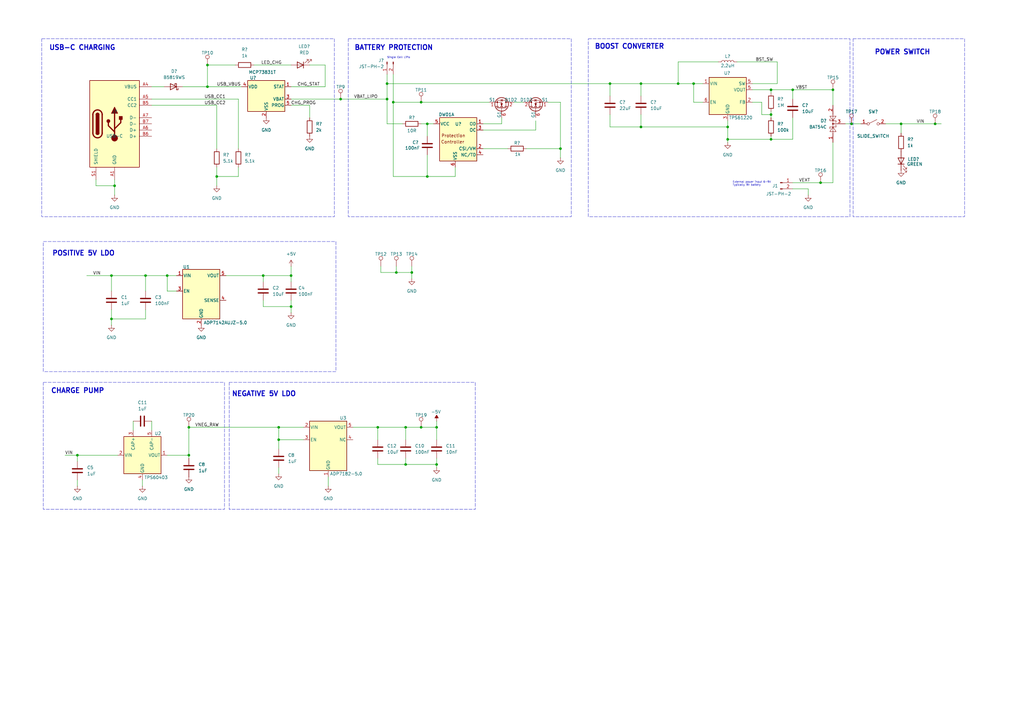
<source format=kicad_sch>
(kicad_sch (version 20250114) (generator "eeschema") (generator_version "9.0")
  (paper "A3")
  (title_block (date "2026-01-15") (rev "1"))
  (lib_symbols
    (symbol "Connector:TestPoint" (pin_numbers (hide yes)) (pin_names (offset 0.762) (hide yes))
      (property "Reference" "TP" (at 0 6.858 0))
      (property "Value" "TestPoint" (at 0 5.08 0))
      (symbol "TestPoint_0_1"
        (circle (center 0 3.302) (radius 0.762))
      )
      (symbol "TestPoint_1_1"
        (pin passive line (at 0 0 90) (length 2.54) (name "1") (number "1"))
      )
    )
    (symbol "Device:C" (pin_numbers (hide yes)) (pin_names (offset 0.254))
      (property "Reference" "C" (at 0.635 2.54 0))
      (property "Value" "C" (at 0.635 -2.54 0))
      (symbol "C_0_1"
        (polyline (pts (xy -2.032 0.762) (xy 2.032 0.762)) (stroke (width 0.508)))
        (polyline (pts (xy -2.032 -0.762) (xy 2.032 -0.762)) (stroke (width 0.508)))
      )
      (symbol "C_1_1"
        (pin passive line (at 0 3.81 270) (length 2.794) (name "~") (number "1"))
        (pin passive line (at 0 -3.81 90) (length 2.794) (name "~") (number "2"))
      )
    )
    (symbol "Device:D_Schottky" (pin_numbers (hide yes)) (pin_names (offset 1.016) (hide yes))
      (property "Reference" "D" (at 0 2.54 0))
      (property "Value" "D_Schottky" (at 0 -2.54 0))
      (symbol "D_Schottky_0_1"
        (polyline (pts (xy -1.905 0.635) (xy -1.905 1.27) (xy -1.27 1.27) (xy -1.27 -1.27) (xy -0.635 -1.27) (xy -0.635 -0.635)) (stroke (width 0.254)))
        (polyline (pts (xy 1.27 1.27) (xy 1.27 -1.27) (xy -1.27 0) (xy 1.27 1.27)) (stroke (width 0.254)))
        (polyline (pts (xy 1.27 0) (xy -1.27 0)))
      )
      (symbol "D_Schottky_1_1"
        (pin passive line (at -3.81 0 0) (length 2.54) (name "K") (number "1"))
        (pin passive line (at 3.81 0 180) (length 2.54) (name "A") (number "2"))
      )
    )
    (symbol "Device:L" (pin_numbers (hide yes)) (pin_names (offset 1.016) (hide yes))
      (property "Reference" "L" (at -1.27 0 90))
      (property "Value" "L" (at 1.905 0 90))
      (symbol "L_0_1"
        (arc (start 0 2.54) (mid 0.6323 1.905) (end 0 1.27))
        (arc (start 0 1.27) (mid 0.6323 0.635) (end 0 0))
        (arc (start 0 0) (mid 0.6323 -0.635) (end 0 -1.27))
        (arc (start 0 -1.27) (mid 0.6323 -1.905) (end 0 -2.54))
      )
      (symbol "L_1_1"
        (pin passive line (at 0 3.81 270) (length 1.27) (name "1") (number "1"))
        (pin passive line (at 0 -3.81 90) (length 1.27) (name "2") (number "2"))
      )
    )
    (symbol "Device:LED" (pin_numbers (hide yes)) (pin_names (offset 1.016) (hide yes))
      (property "Reference" "D" (at 0 2.54 0))
      (property "Value" "LED" (at 0 -2.54 0))
      (symbol "LED_0_1"
        (polyline (pts (xy -3.048 -0.762) (xy -4.572 -2.286) (xy -3.81 -2.286) (xy -4.572 -2.286) (xy -4.572 -1.524)))
        (polyline (pts (xy -1.778 -0.762) (xy -3.302 -2.286) (xy -2.54 -2.286) (xy -3.302 -2.286) (xy -3.302 -1.524)))
        (polyline (pts (xy -1.27 0) (xy 1.27 0)))
        (polyline (pts (xy -1.27 -1.27) (xy -1.27 1.27)) (stroke (width 0.254)))
        (polyline (pts (xy 1.27 -1.27) (xy 1.27 1.27) (xy -1.27 0) (xy 1.27 -1.27)) (stroke (width 0.254)))
      )
      (symbol "LED_1_1"
        (pin passive line (at -3.81 0 0) (length 2.54) (name "K") (number "1"))
        (pin passive line (at 3.81 0 180) (length 2.54) (name "A") (number "2"))
      )
    )
    (symbol "Device:R" (pin_numbers (hide yes)) (pin_names (offset 0))
      (property "Reference" "R" (at 2.032 0 90))
      (property "Value" "R" (at 0 0 90))
      (symbol "R_0_1"
        (rectangle (start -1.016 -2.54) (end 1.016 2.54) (stroke (width 0.254)))
      )
      (symbol "R_1_1"
        (pin passive line (at 0 3.81 270) (length 1.27) (name "~") (number "1"))
        (pin passive line (at 0 -3.81 90) (length 1.27) (name "~") (number "2"))
      )
    )
    (symbol "DifferentialProbe:ADP7142" (pin_names (offset 0.254))
      (property "Reference" "U1" (at -6.096 11.176 0))
      (property "Value" "ADP7142-5.0" (at 7.366 -11.43 0))
      (symbol "ADP7142_0_1"
        (rectangle (start -7.62 10.16) (end 7.62 -10.16) (stroke (width 0.254)) (fill (type background)))
      )
      (symbol "ADP7142_1_1"
        (pin power_in line (at -10.16 7.62 0) (length 2.54) (name "VIN") (number "1"))
        (pin input line (at -10.16 1.27 0) (length 2.54) (name "EN") (number "3"))
        (pin no_connect line (at -10.16 -5.08 0) (length 2.54) (hide yes) (name "NC") (number "8"))
        (pin power_in line (at 0 -12.7 90) (length 2.54) (name "GND") (number "2"))
        (pin power_in line (at 0 -12.7 90) (length 2.54) (hide yes) (name "GND") (number "9"))
        (pin power_out line (at 10.16 7.62 180) (length 2.54) (name "VOUT") (number "5"))
        (pin input line (at 10.16 -2.54 180) (length 2.54) (name "SENSE") (number "4"))
      )
    )
    (symbol "DifferentialProbe:ADP7182" (pin_names (offset 0.254))
      (property "Reference" "U?" (at 6.096 11.43 0))
      (property "Value" "ADP7182-5.0" (at 7.366 -11.43 0))
      (symbol "ADP7182_0_1"
        (rectangle (start -7.62 10.16) (end 7.62 -10.16) (stroke (width 0.254)) (fill (type background)))
      )
      (symbol "ADP7182_1_1"
        (pin power_in line (at -10.16 7.62 0) (length 2.54) (name "VIN") (number "2"))
        (pin input line (at -10.16 2.54 0) (length 2.54) (name "EN") (number "3"))
        (pin no_connect line (at -10.16 -5.08 0) (length 2.54) (hide yes) (name "NC") (number "8"))
        (pin power_in line (at 0 -12.7 90) (length 2.54) (name "GND") (number "1"))
        (pin power_out line (at 10.16 7.62 180) (length 2.54) (name "VOUT") (number "5"))
        (pin input line (at 10.16 2.54 180) (length 2.54) (name "NC") (number "4"))
      )
    )
    (symbol "DifferentialProbe:Conn_01x02_Pin" (pin_names (offset 1.016) (hide yes))
      (property "Reference" "J" (at 0 2.54 0))
      (property "Value" "Conn_01x02" (at 0 -5.08 0))
      (symbol "Conn_01x02_Pin_1_1"
        (rectangle (start 0.8636 0.127) (end 0 -0.127) (stroke (width 0.1524)) (fill (type outline)))
        (rectangle (start 0.8636 -2.413) (end 0 -2.667) (stroke (width 0.1524)) (fill (type outline)))
        (polyline (pts (xy 1.27 0) (xy 0.8636 0)) (stroke (width 0.1524)))
        (polyline (pts (xy 1.27 -2.54) (xy 0.8636 -2.54)) (stroke (width 0.1524)))
        (pin passive line (at 5.08 0 180) (length 3.81) (name "Pin_1") (number "1"))
        (pin passive line (at 5.08 -2.54 180) (length 3.81) (name "Pin_2") (number "2"))
      )
    )
    (symbol "DifferentialProbe:DW01A" (pin_names (offset 0.254))
      (property "Reference" "U2" (at 0 5 0))
      (property "Value" "DW01A" (at -4.826 8.89 0))
      (symbol "DW01A_0_1"
        (rectangle (start -7.62 7.62) (end 7.62 -10.16) (stroke (width 0.254)) (fill (type background)))
        (text "Controller" (at -2.286 -2.286 0) (effects (font (size 1.27 1.27))))
        (text "Protection" (at -2.032 0.254 0) (effects (font (size 1.27 1.27))))
      )
      (symbol "DW01A_1_1"
        (pin power_in line (at -10.16 5.08 0) (length 2.54) (name "VCC") (number "5"))
        (pin power_in line (at -1.27 -12.7 90) (length 2.54) (name "VSS") (number "6"))
        (pin output line (at 10.16 5.08 180) (length 2.54) (name "OD") (number "1"))
        (pin output line (at 10.16 2.54 180) (length 2.54) (name "OC") (number "3"))
        (pin input line (at 10.16 -5.08 180) (length 2.54) (name "CSI/VM") (number "2"))
        (pin passive line (at 10.16 -7.62 180) (length 2.54) (name "NC/TD") (number "4"))
      )
    )
    (symbol "DifferentialProbe:MCP73831-2-OT" (pin_names (offset 0.254))
      (property "Reference" "U" (at -7.62 7.62 0))
      (property "Value" "MCP73831-2-OT" (at 2.54 7.62 0))
      (symbol "MCP73831-2-OT_0_1"
        (rectangle (start -7.62 5.08) (end 7.62 -7.62) (stroke (width 0.254)) (fill (type background)))
      )
      (symbol "MCP73831-2-OT_1_1"
        (pin power_in line (at -10.16 2.54 0) (length 2.54) (name "VDD") (number "4"))
        (pin power_in line (at 0 -10.16 90) (length 2.54) (name "VSS") (number "2"))
        (pin open_collector line (at 10.16 2.54 180) (length 2.54) (name "STAT") (number "1"))
        (pin power_out line (at 10.16 -2.54 180) (length 2.54) (name "VBAT") (number "3"))
        (pin input line (at 10.16 -5.08 180) (length 2.54) (name "PROG") (number "5"))
      )
    )
    (symbol "DifferentialProbe:SW_SPST" (pin_names (offset 0) (hide yes))
      (property "Reference" "SW" (at 0 3.175 0))
      (property "Value" "SW_SPST" (at 0 -2.54 0))
      (symbol "SW_SPST_0_0"
        (circle (center -2.032 0) (radius 0.508))
        (polyline (pts (xy -1.524 0.254) (xy 1.524 1.778)))
        (circle (center 2.032 0) (radius 0.508))
      )
      (symbol "SW_SPST_1_1"
        (pin passive line (at -5.08 0 0) (length 2.54) (name "A") (number "1"))
        (pin passive line (at 5.08 0 180) (length 2.54) (name "B") (number "2"))
      )
    )
    (symbol "DifferentialProbe:TPS60403" (pin_names (offset 0.254))
      (property "Reference" "U?" (at 6.35 8.89 0))
      (property "Value" "TPS60403" (at 5.588 -9.144 0))
      (symbol "TPS60403_0_1"
        (rectangle (start -7.62 7.62) (end 7.62 -7.62) (stroke (width 0.254)) (fill (type background)))
      )
      (symbol "TPS60403_1_1"
        (pin power_in line (at -10.16 0 0) (length 2.54) (name "VIN") (number "2"))
        (pin passive line (at -3.81 10.16 270) (length 2.54) (name "CAP+") (number "3"))
        (pin power_in line (at 0 -10.16 90) (length 2.54) (name "GND") (number "4"))
        (pin passive line (at 3.81 10.16 270) (length 2.54) (name "CAP-") (number "5"))
        (pin power_out line (at 10.16 0 180) (length 2.54) (name "VOUT") (number "1"))
      )
    )
    (symbol "DifferentialProbe:TPS61220DCK" (pin_names (offset 0.254))
      (property "Reference" "U3" (at -0.226 9.398 0))
      (property "Value" "TPS61220" (at 5.362 -8.89 0))
      (symbol "TPS61220DCK_0_1"
        (rectangle (start -7.62 7.62) (end 7.62 -7.62) (stroke (width 0.254)) (fill (type background)))
      )
      (symbol "TPS61220DCK_1_1"
        (pin power_in line (at -10.16 5.08 0) (length 2.54) (name "VIN") (number "1"))
        (pin input line (at -10.16 -2.54 0) (length 2.54) (name "EN") (number "6"))
        (pin power_in line (at 0 -10.16 90) (length 2.54) (name "GND") (number "3"))
        (pin power_out line (at 10.16 5.08 180) (length 2.54) (name "SW") (number "5"))
        (pin power_out line (at 10.16 2.54 180) (length 2.54) (name "VOUT") (number "5"))
        (pin input line (at 10.16 -2.54 180) (length 2.54) (name "FB") (number "2"))
      )
    )
    (symbol "DifferentialProbe:USB_C_Receptacle_USB2.0" (pin_names (offset 1.016))
      (property "Reference" "J" (at 0 22.86 0))
      (property "Value" "USB_C_Receptacle_USB2.0" (at 0 20.32 0))
      (symbol "USB_C_Receptacle_USB2.0_0_0"
        (rectangle (start -10.16 17.78) (end 10.16 -17.78) (stroke (width 0.254)) (fill (type background)))
        (polyline (pts (xy -8.89 -3.81) (xy -8.89 3.81)) (stroke (width 0.508)))
        (rectangle (start -7.62 -3.81) (end -6.35 3.81) (stroke (width 0.254)) (fill (type outline)))
        (arc (start -7.62 3.81) (mid -6.985 4.4423) (end -6.35 3.81) (stroke (width 0.254)))
        (arc (start -7.62 3.81) (mid -6.985 4.4423) (end -6.35 3.81) (stroke (width 0.254)) (fill (type outline)))
        (arc (start -8.89 3.81) (mid -6.985 5.7067) (end -5.08 3.81) (stroke (width 0.508)))
        (arc (start -5.08 -3.81) (mid -6.985 -5.7067) (end -8.89 -3.81) (stroke (width 0.508)))
        (arc (start -6.35 -3.81) (mid -6.985 -4.4423) (end -7.62 -3.81) (stroke (width 0.254)))
        (arc (start -6.35 -3.81) (mid -6.985 -4.4423) (end -7.62 -3.81) (stroke (width 0.254)) (fill (type outline)))
        (polyline (pts (xy -5.08 3.81) (xy -5.08 -3.81)) (stroke (width 0.508)))
        (circle (center -2.54 1.143) (radius 0.635) (stroke (width 0.254)) (fill (type outline)))
        (polyline (pts (xy -1.27 4.318) (xy 0 6.858) (xy 1.27 4.318) (xy -1.27 4.318)) (stroke (width 0.254)) (fill (type outline)))
        (polyline (pts (xy 0 -2.032) (xy 2.54 0.508) (xy 2.54 1.778)) (stroke (width 0.508)))
        (polyline (pts (xy 0 -3.302) (xy -2.54 -0.762) (xy -2.54 0.508)) (stroke (width 0.508)))
        (polyline (pts (xy 0 -5.842) (xy 0 4.318)) (stroke (width 0.508)))
        (circle (center 0 -5.842) (radius 1.27) (fill (type outline)))
        (rectangle (start 1.905 1.778) (end 3.175 3.048) (stroke (width 0.254)) (fill (type outline)))
        (polyline (pts (xy 10.16 -2.54) (xy 10.16 2.54)))
      )
      (symbol "USB_C_Receptacle_USB2.0_1_1"
        (pin passive line (at -7.62 -22.86 90) (length 5.08) (name "SHIELD") (number "S1"))
        (pin passive line (at 0 -22.86 90) (length 5.08) (name "GND") (number "A1"))
        (pin passive line (at 0 -22.86 90) (length 5.08) (hide yes) (name "GND") (number "A12"))
        (pin passive line (at 0 -22.86 90) (length 5.08) (hide yes) (name "GND") (number "B1"))
        (pin passive line (at 0 -22.86 90) (length 5.08) (hide yes) (name "GND") (number "B12"))
        (pin passive line (at 15.24 15.24 180) (length 5.08) (name "VBUS") (number "A4"))
        (pin passive line (at 15.24 15.24 180) (length 5.08) (hide yes) (name "VBUS") (number "A9"))
        (pin passive line (at 15.24 15.24 180) (length 5.08) (hide yes) (name "VBUS") (number "B4"))
        (pin passive line (at 15.24 15.24 180) (length 5.08) (hide yes) (name "VBUS") (number "B9"))
        (pin bidirectional line (at 15.24 10.16 180) (length 5.08) (name "CC1") (number "A5"))
        (pin bidirectional line (at 15.24 7.62 180) (length 5.08) (name "CC2") (number "B5"))
        (pin bidirectional line (at 15.24 2.54 180) (length 5.08) (name "D-") (number "A7"))
        (pin bidirectional line (at 15.24 0 180) (length 5.08) (name "D-") (number "B7"))
        (pin bidirectional line (at 15.24 -2.54 180) (length 5.08) (name "D+") (number "A6"))
        (pin bidirectional line (at 15.24 -5.08 180) (length 5.08) (name "D+") (number "B6"))
      )
    )
    (symbol "Diode:BAT54C" (pin_names (offset 1.016))
      (property "Reference" "D" (at 0.635 -3.81 0))
      (property "Value" "BAT54C" (at -6.35 3.175 0))
      (symbol "BAT54C_0_1"
        (polyline (pts (xy -3.175 -1.27) (xy -3.175 1.27) (xy -1.27 0) (xy -3.175 -1.27)))
        (polyline (pts (xy -1.905 1.27) (xy -1.905 1.016)))
        (polyline (pts (xy -1.905 0) (xy 1.905 0)))
        (polyline (pts (xy -1.27 1.27) (xy -1.905 1.27)))
        (polyline (pts (xy -1.27 1.27) (xy -1.27 -1.27)))
        (polyline (pts (xy -1.27 0) (xy -3.81 0)))
        (polyline (pts (xy -1.27 -1.27) (xy -0.635 -1.27)))
        (polyline (pts (xy -0.635 -1.27) (xy -0.635 -1.016)))
        (circle (center 0 0) (radius 0.254) (fill (type outline)))
        (polyline (pts (xy 0.635 -1.27) (xy 0.635 -1.016)))
        (polyline (pts (xy 1.27 1.27) (xy 1.27 -1.27)))
        (polyline (pts (xy 1.27 1.27) (xy 1.905 1.27)))
        (polyline (pts (xy 1.27 -1.27) (xy 0.635 -1.27)))
        (polyline (pts (xy 1.905 1.27) (xy 1.905 1.016)))
        (polyline (pts (xy 3.175 -1.27) (xy 3.175 1.27) (xy 1.27 0) (xy 3.175 -1.27)))
        (polyline (pts (xy 3.81 0) (xy 1.27 0)))
      )
      (symbol "BAT54C_1_1"
        (pin passive line (at -7.62 0 0) (length 3.81) (name "~") (number "1"))
        (pin passive line (at 0 -5.08 90) (length 5.08) (name "~") (number "3"))
        (pin passive line (at 7.62 0 180) (length 3.81) (name "~") (number "2"))
      )
    )
    (symbol "FS8205A_2" (pin_names (offset 0))
      (symbol "FS8205A_2_0_1"
        (polyline (pts (xy -2.286 1.905) (xy -2.286 -1.905)) (stroke (width 0.254)))
        (polyline (pts (xy -2.286 0) (xy -5.08 0)))
        (polyline (pts (xy -1.778 2.286) (xy -1.778 1.27)) (stroke (width 0.254)))
        (polyline (pts (xy -1.778 0.508) (xy -1.778 -0.508)) (stroke (width 0.254)))
        (polyline (pts (xy -1.778 -1.27) (xy -1.778 -2.286)) (stroke (width 0.254)))
        (polyline (pts (xy -1.778 -1.778) (xy 0.762 -1.778) (xy 0.762 1.778) (xy -1.778 1.778)))
        (polyline (pts (xy -1.524 0) (xy -0.508 0.381) (xy -0.508 -0.381) (xy -1.524 0)) (fill (type outline)))
        (circle (center -0.889 0) (radius 2.794) (stroke (width 0.254)))
        (polyline (pts (xy 0 2.54) (xy 0 1.778)))
        (circle (center 0 1.778) (radius 0.254) (fill (type outline)))
        (circle (center 0 -1.778) (radius 0.254) (fill (type outline)))
        (polyline (pts (xy 0 -2.54) (xy 0 0) (xy -1.778 0)))
        (polyline (pts (xy 0.254 0.508) (xy 0.381 0.381) (xy 1.143 0.381) (xy 1.27 0.254)))
        (polyline (pts (xy 0.762 0.381) (xy 0.381 -0.254) (xy 1.143 -0.254) (xy 0.762 0.381)))
      )
      (symbol "FS8205A_2_1_1"
        (pin input line (at -6.35 0 0) (length 2.54) (name "G1") (number "6"))
        (pin passive line (at 0 5.08 270) (length 2.54) (name "D1D2") (number "2"))
        (pin passive line (at 0 -5.08 90) (length 2.54) (name "S1") (number "1"))
      )
      (symbol "FS8205A_2_2_1"
        (pin input line (at -7.62 0 0) (length 2.54) (name "G2") (number "4"))
        (pin passive line (at 0 5.08 270) (length 2.54) (name "D1D2") (number "5"))
        (pin passive line (at 0 -5.08 90) (length 2.54) (name "S2") (number "3"))
      )
    )
    (symbol "power:+5V" (power) (pin_numbers (hide yes)) (pin_names (offset 0) (hide yes))
      (property "Value" "+5V" (at 0 3.556 0))
      (symbol "+5V_0_1"
        (polyline (pts (xy -0.762 1.27) (xy 0 2.54)))
        (polyline (pts (xy 0 2.54) (xy 0.762 1.27)))
        (polyline (pts (xy 0 0) (xy 0 2.54)))
      )
      (symbol "+5V_1_1"
        (pin power_in line (at 0 0 90) (length 0) (name "~") (number "1"))
      )
    )
    (symbol "power:-5V" (power) (pin_numbers (hide yes)) (pin_names (offset 0) (hide yes))
      (property "Value" "-5V" (at 0 3.556 0))
      (symbol "-5V_0_0"
        (pin power_in line (at 0 0 90) (length 0) (name "~") (number "1"))
      )
      (symbol "-5V_0_1"
        (polyline (pts (xy 0 0) (xy 0 1.27) (xy 0.762 1.27) (xy 0 2.54) (xy -0.762 1.27) (xy 0 1.27)) (fill (type outline)))
      )
    )
    (symbol "power:GND" (power) (pin_numbers (hide yes)) (pin_names (offset 0) (hide yes))
      (property "Value" "GND" (at 0 -3.81 0))
      (symbol "GND_0_1"
        (polyline (pts (xy 0 0) (xy 0 -1.27) (xy 1.27 -1.27) (xy 0 -2.54) (xy -1.27 -1.27) (xy 0 -1.27)))
      )
      (symbol "GND_1_1"
        (pin power_in line (at 0 0 270) (length 0) (name "~") (number "1"))
      )
    )
  )
  (rectangle (start 241.3 15.875) (end 348.615 88.9) (stroke (width 0.127) (type dash)))
  (rectangle (start 349.885 15.875) (end 395.605 88.9) (stroke (width 0.127) (type dash)))
  (rectangle (start 17.78 99.06) (end 137.795 152.4) (stroke (width 0.127) (type dash)))
  (rectangle (start 93.98 156.845) (end 194.945 208.915) (stroke (width 0.127) (type dash)))
  (rectangle (start 17.78 156.845) (end 92.075 208.915) (stroke (width 0.127) (type dash)))
  (rectangle (start 17.145 15.875) (end 137.16 88.9) (stroke (width 0.127) (type dash)))
  (rectangle (start 142.875 15.875) (end 234.315 88.9) (stroke (width 0.127) (type dash)))
  (text "USB-C CHARGING" (at 20.066 20.828 0) (effects (font (size 2 2) (thickness 0.4) (bold yes)) (justify left bottom)))
  (text "POSITIVE 5V LDO" (at 21.336 105.156 0) (effects (font (size 2 2) (thickness 0.4) (bold yes)) (justify left bottom)))
  (text "CHARGE PUMP" (at 20.828 161.544 0) (effects (font (size 2 2) (thickness 0.4) (bold yes)) (justify left bottom)))
  (text "POWER SWITCH" (at 358.648 22.606 0) (effects (font (size 2 2) (thickness 0.4) (bold yes)) (justify left bottom)))
  (text "BATTERY PROTECTION" (at 145.288 20.828 0) (effects (font (size 2 2) (thickness 0.4) (bold yes)) (justify left bottom)))
  (text "BOOST CONVERTER" (at 243.84 20.32 0) (effects (font (size 2 2) (thickness 0.4) (bold yes)) (justify left bottom)))
  (text "NEGATIVE 5V LDO" (at 94.996 162.814 0) (effects (font (size 2 2) (thickness 0.4) (bold yes)) (justify left bottom)))
  (text "Single Cell LiPo" (at 158.75 24.13 0) (effects (font (size 0.762 0.762) (thickness 0.0953)) (justify left bottom)))
  (text "External power input 6-9V\nTypically 9V battery" (at 300.482 76.454 0) (effects (font (size 0.762 0.762) (thickness 0.0953)) (justify left bottom)))
  (junction (at 162.56 111.76))
  (junction (at 77.47 186.69))
  (junction (at 298.45 57.15))
  (junction (at 107.95 113.03))
  (junction (at 316.23 57.15))
  (junction (at 325.12 36.83))
  (junction (at 229.87 60.96))
  (junction (at 45.72 130.81))
  (junction (at 158.75 40.64))
  (junction (at 172.72 175.26))
  (junction (at 161.29 41.91))
  (junction (at 139.7 40.64))
  (junction (at 119.38 113.03))
  (junction (at 85.09 26.67))
  (junction (at 59.69 113.03))
  (junction (at 166.37 190.5))
  (junction (at 298.45 52.07))
  (junction (at 250.19 34.29))
  (junction (at 85.09 35.56))
  (junction (at 278.13 34.29))
  (junction (at 31.75 186.69))
  (junction (at 88.9 72.39))
  (junction (at 175.26 50.8))
  (junction (at 172.72 41.91))
  (junction (at 383.54 50.8))
  (junction (at 336.55 74.93))
  (junction (at 45.72 113.03))
  (junction (at 316.23 46.99))
  (junction (at 168.91 111.76))
  (junction (at 154.94 175.26))
  (junction (at 284.48 34.29))
  (junction (at 316.23 36.83))
  (junction (at 179.07 190.5))
  (junction (at 349.25 50.8))
  (junction (at 179.07 175.26))
  (junction (at 262.89 34.29))
  (junction (at 175.26 72.39))
  (junction (at 46.99 76.2))
  (junction (at 369.57 50.8))
  (junction (at 68.58 113.03))
  (junction (at 341.63 36.83))
  (junction (at 114.3 180.34))
  (junction (at 114.3 175.26))
  (junction (at 77.47 175.26))
  (junction (at 119.38 125.73))
  (junction (at 262.89 52.07))
  (junction (at 158.75 34.29))
  (junction (at 166.37 175.26))
  (wire (pts (xy 198.12 53.34) (xy 219.71 53.34)))
  (wire (pts (xy 107.95 113.03) (xy 107.95 115.57)))
  (wire (pts (xy 341.63 36.83) (xy 341.63 43.18)))
  (wire (pts (xy 325.12 57.15) (xy 316.23 57.15)))
  (wire (pts (xy 45.72 133.35) (xy 45.72 130.81)))
  (wire (pts (xy 68.58 186.69) (xy 77.47 186.69)))
  (wire (pts (xy 62.23 43.18) (xy 88.9 43.18)))
  (wire (pts (xy 114.3 180.34) (xy 114.3 184.15)))
  (wire (pts (xy 383.54 50.8) (xy 386.08 50.8)))
  (wire (pts (xy 62.23 35.56) (xy 67.31 35.56)))
  (wire (pts (xy 229.87 60.96) (xy 229.87 64.77)))
  (wire (pts (xy 127 43.18) (xy 127 48.26)))
  (wire (pts (xy 46.99 80.01) (xy 46.99 76.2)))
  (wire (pts (xy 316.23 55.88) (xy 316.23 57.15)))
  (wire (pts (xy 325.12 74.93) (xy 336.55 74.93)))
  (wire (pts (xy 229.87 41.91) (xy 229.87 60.96)))
  (wire (pts (xy 278.13 34.29) (xy 278.13 25.4)))
  (wire (pts (xy 97.79 40.64) (xy 97.79 60.96)))
  (wire (pts (xy 154.94 175.26) (xy 166.37 175.26)))
  (wire (pts (xy 161.29 30.48) (xy 161.29 41.91)))
  (wire (pts (xy 154.94 187.96) (xy 154.94 190.5)))
  (wire (pts (xy 85.09 35.56) (xy 99.06 35.56)))
  (wire (pts (xy 298.45 52.07) (xy 298.45 57.15)))
  (wire (pts (xy 74.93 35.56) (xy 85.09 35.56)))
  (wire (pts (xy 250.19 52.07) (xy 262.89 52.07)))
  (wire (pts (xy 59.69 127) (xy 59.69 130.81)))
  (wire (pts (xy 45.72 130.81) (xy 45.72 127)))
  (wire (pts (xy 158.75 34.29) (xy 250.19 34.29)))
  (wire (pts (xy 127 26.67) (xy 133.35 26.67)))
  (wire (pts (xy 139.7 40.64) (xy 158.75 40.64)))
  (wire (pts (xy 156.21 111.76) (xy 162.56 111.76)))
  (wire (pts (xy 35.56 113.03) (xy 45.72 113.03)))
  (wire (pts (xy 54.61 172.72) (xy 54.61 176.53)))
  (wire (pts (xy 114.3 180.34) (xy 114.3 175.26)))
  (wire (pts (xy 85.09 35.56) (xy 85.09 26.67)))
  (wire (pts (xy 316.23 45.72) (xy 316.23 46.99)))
  (wire (pts (xy 316.23 36.83) (xy 316.23 38.1)))
  (wire (pts (xy 284.48 34.29) (xy 278.13 34.29)))
  (wire (pts (xy 215.9 60.96) (xy 229.87 60.96)))
  (wire (pts (xy 92.71 113.03) (xy 107.95 113.03)))
  (wire (pts (xy 316.23 57.15) (xy 298.45 57.15)))
  (wire (pts (xy 369.57 50.8) (xy 383.54 50.8)))
  (wire (pts (xy 219.71 53.34) (xy 219.71 49.53)))
  (wire (pts (xy 59.69 113.03) (xy 59.69 119.38)))
  (wire (pts (xy 77.47 175.26) (xy 114.3 175.26)))
  (wire (pts (xy 336.55 74.93) (xy 341.63 74.93)))
  (wire (pts (xy 88.9 68.58) (xy 88.9 72.39)))
  (wire (pts (xy 186.69 72.39) (xy 175.26 72.39)))
  (wire (pts (xy 104.14 26.67) (xy 119.38 26.67)))
  (wire (pts (xy 278.13 25.4) (xy 294.64 25.4)))
  (wire (pts (xy 85.09 26.67) (xy 96.52 26.67)))
  (wire (pts (xy 262.89 39.37) (xy 262.89 34.29)))
  (wire (pts (xy 46.99 76.2) (xy 46.99 73.66)))
  (wire (pts (xy 45.72 113.03) (xy 59.69 113.03)))
  (wire (pts (xy 97.79 68.58) (xy 97.79 72.39)))
  (wire (pts (xy 325.12 36.83) (xy 341.63 36.83)))
  (wire (pts (xy 158.75 30.48) (xy 158.75 34.29)))
  (wire (pts (xy 166.37 175.26) (xy 166.37 180.34)))
  (wire (pts (xy 168.91 109.22) (xy 168.91 111.76)))
  (wire (pts (xy 114.3 175.26) (xy 124.46 175.26)))
  (wire (pts (xy 161.29 72.39) (xy 161.29 41.91)))
  (wire (pts (xy 114.3 194.31) (xy 114.3 191.77)))
  (wire (pts (xy 250.19 46.99) (xy 250.19 52.07)))
  (wire (pts (xy 62.23 172.72) (xy 62.23 176.53)))
  (wire (pts (xy 124.46 180.34) (xy 114.3 180.34)))
  (wire (pts (xy 133.35 26.67) (xy 133.35 35.56)))
  (wire (pts (xy 119.38 109.22) (xy 119.38 113.03)))
  (wire (pts (xy 312.42 46.99) (xy 316.23 46.99)))
  (wire (pts (xy 119.38 40.64) (xy 139.7 40.64)))
  (wire (pts (xy 59.69 113.03) (xy 68.58 113.03)))
  (wire (pts (xy 175.26 50.8) (xy 177.8 50.8)))
  (wire (pts (xy 88.9 43.18) (xy 88.9 60.96)))
  (wire (pts (xy 262.89 52.07) (xy 298.45 52.07)))
  (wire (pts (xy 119.38 115.57) (xy 119.38 113.03)))
  (wire (pts (xy 262.89 34.29) (xy 278.13 34.29)))
  (wire (pts (xy 58.42 199.39) (xy 58.42 196.85)))
  (wire (pts (xy 107.95 123.19) (xy 107.95 125.73)))
  (wire (pts (xy 31.75 196.85) (xy 31.75 199.39)))
  (wire (pts (xy 119.38 128.27) (xy 119.38 125.73)))
  (wire (pts (xy 298.45 52.07) (xy 298.45 49.53)))
  (wire (pts (xy 68.58 113.03) (xy 72.39 113.03)))
  (wire (pts (xy 284.48 41.91) (xy 284.48 34.29)))
  (wire (pts (xy 158.75 50.8) (xy 165.1 50.8)))
  (wire (pts (xy 288.29 34.29) (xy 284.48 34.29)))
  (wire (pts (xy 250.19 34.29) (xy 262.89 34.29)))
  (wire (pts (xy 175.26 72.39) (xy 161.29 72.39)))
  (wire (pts (xy 68.58 113.03) (xy 68.58 119.38)))
  (wire (pts (xy 154.94 190.5) (xy 166.37 190.5)))
  (wire (pts (xy 154.94 175.26) (xy 154.94 180.34)))
  (wire (pts (xy 172.72 175.26) (xy 179.07 175.26)))
  (wire (pts (xy 162.56 111.76) (xy 168.91 111.76)))
  (wire (pts (xy 39.37 76.2) (xy 46.99 76.2)))
  (wire (pts (xy 179.07 175.26) (xy 179.07 172.72)))
  (wire (pts (xy 31.75 186.69) (xy 31.75 189.23)))
  (wire (pts (xy 331.47 77.47) (xy 331.47 80.01)))
  (wire (pts (xy 318.77 34.29) (xy 308.61 34.29)))
  (wire (pts (xy 166.37 187.96) (xy 166.37 190.5)))
  (wire (pts (xy 262.89 46.99) (xy 262.89 52.07)))
  (wire (pts (xy 168.91 111.76) (xy 168.91 114.3)))
  (wire (pts (xy 26.67 186.69) (xy 31.75 186.69)))
  (wire (pts (xy 31.75 186.69) (xy 48.26 186.69)))
  (wire (pts (xy 88.9 72.39) (xy 97.79 72.39)))
  (wire (pts (xy 175.26 50.8) (xy 175.26 55.88)))
  (wire (pts (xy 302.26 25.4) (xy 318.77 25.4)))
  (wire (pts (xy 205.74 48.26) (xy 205.74 50.8)))
  (wire (pts (xy 229.87 41.91) (xy 224.79 41.91)))
  (wire (pts (xy 119.38 113.03) (xy 107.95 113.03)))
  (wire (pts (xy 134.62 199.39) (xy 134.62 195.58)))
  (wire (pts (xy 308.61 36.83) (xy 316.23 36.83)))
  (wire (pts (xy 45.72 113.03) (xy 45.72 119.38)))
  (wire (pts (xy 77.47 175.26) (xy 77.47 186.69)))
  (wire (pts (xy 127 43.18) (xy 119.38 43.18)))
  (wire (pts (xy 308.61 41.91) (xy 312.42 41.91)))
  (wire (pts (xy 39.37 73.66) (xy 39.37 76.2)))
  (wire (pts (xy 175.26 63.5) (xy 175.26 72.39)))
  (wire (pts (xy 198.12 60.96) (xy 208.28 60.96)))
  (wire (pts (xy 205.74 50.8) (xy 198.12 50.8)))
  (wire (pts (xy 179.07 190.5) (xy 179.07 191.77)))
  (wire (pts (xy 341.63 74.93) (xy 341.63 58.42)))
  (wire (pts (xy 318.77 25.4) (xy 318.77 34.29)))
  (wire (pts (xy 88.9 72.39) (xy 88.9 76.2)))
  (wire (pts (xy 325.12 77.47) (xy 331.47 77.47)))
  (wire (pts (xy 316.23 36.83) (xy 325.12 36.83)))
  (wire (pts (xy 162.56 109.22) (xy 162.56 111.76)))
  (wire (pts (xy 62.23 40.64) (xy 97.79 40.64)))
  (wire (pts (xy 107.95 125.73) (xy 119.38 125.73)))
  (wire (pts (xy 179.07 187.96) (xy 179.07 190.5)))
  (wire (pts (xy 119.38 125.73) (xy 119.38 123.19)))
  (wire (pts (xy 59.69 130.81) (xy 45.72 130.81)))
  (wire (pts (xy 166.37 190.5) (xy 179.07 190.5)))
  (wire (pts (xy 298.45 57.15) (xy 298.45 58.42)))
  (wire (pts (xy 186.69 68.58) (xy 186.69 72.39)))
  (wire (pts (xy 325.12 48.26) (xy 325.12 57.15)))
  (wire (pts (xy 349.25 50.8) (xy 353.06 50.8)))
  (wire (pts (xy 369.57 50.8) (xy 369.57 54.61)))
  (wire (pts (xy 161.29 41.91) (xy 172.72 41.91)))
  (wire (pts (xy 346.71 50.8) (xy 349.25 50.8)))
  (wire (pts (xy 158.75 34.29) (xy 158.75 40.64)))
  (wire (pts (xy 325.12 36.83) (xy 325.12 40.64)))
  (wire (pts (xy 166.37 175.26) (xy 172.72 175.26)))
  (wire (pts (xy 210.82 41.91) (xy 214.63 41.91)))
  (wire (pts (xy 172.72 41.91) (xy 200.66 41.91)))
  (wire (pts (xy 172.72 50.8) (xy 175.26 50.8)))
  (wire (pts (xy 316.23 46.99) (xy 316.23 48.26)))
  (wire (pts (xy 133.35 35.56) (xy 119.38 35.56)))
  (wire (pts (xy 363.22 50.8) (xy 369.57 50.8)))
  (wire (pts (xy 250.19 39.37) (xy 250.19 34.29)))
  (wire (pts (xy 179.07 175.26) (xy 179.07 180.34)))
  (wire (pts (xy 156.21 109.22) (xy 156.21 111.76)))
  (wire (pts (xy 288.29 41.91) (xy 284.48 41.91)))
  (wire (pts (xy 72.39 119.38) (xy 68.58 119.38)))
  (wire (pts (xy 158.75 40.64) (xy 158.75 50.8)))
  (wire (pts (xy 312.42 41.91) (xy 312.42 46.99)))
  (wire (pts (xy 144.78 175.26) (xy 154.94 175.26)))
  (wire (pts (xy 77.47 186.69) (xy 77.47 187.96)))
  (label "BST_SW" (at 309.88 25.4 0))
  (label "USB_CC2" (at 83.82 43.18 0))
  (label "VBST" (at 326.39 36.83 0))
  (label "VIN" (at 375.92 50.8 0))
  (label "VBAT_LIPO" (at 154.94 40.64 180))
  (label "VEXT" (at 327.66 74.93 0))
  (label "CHG_STAT" (at 121.92 35.56 0))
  (label "USB_CC1" (at 83.82 40.64 0))
  (label "VIN" (at 38.1 113.03 0))
  (label "CHG_PROG" (at 119.38 43.18 0))
  (label "USB_VBUS" (at 88.9 35.56 0))
  (label "VIN" (at 26.67 186.69 0))
  (label "VNEG_RAW" (at 80.01 175.26 0))
  (label "LED_CHG" (at 115.57 26.67 180))
  (symbol (lib_id "power:GND") (at 229.87 64.77 0) (unit 1)
    (property "Reference" "#PWR?" (effects (hide yes)))
    (property "Value" "GND" (at 229.87 69.85 0))
    (property "Description" "Power symbol creates a global label with name \"GND\" , ground" (effects (hide yes)))
  )
  (symbol (lib_id "power:GND") (at 114.3 194.31 0) (unit 1)
    (property "Reference" "#PWR035" (effects (hide yes)))
    (property "Value" "GND" (at 114.3 199.39 0))
    (property "Description" "Power symbol creates a global label with name \"GND\" , ground" (effects (hide yes)))
  )
  (symbol (lib_id "Device:C") (at 250.19 43.18 180) (unit 1)
    (property "Reference" "C?" (at 254 41.9099 0) (effects (justify right)))
    (property "Value" "22uF" (at 254 44.4499 0) (effects (justify right)))
    (property "Footprint" "Capacitor_SMD:C_1206_3216Metric" (effects (hide yes)))
    (property "Description" "Unpolarized capacitor" (effects (hide yes)))
    (property "Voltage" "16V" (effects (hide yes)))
    (property "Dielectric" "X7R" (effects (hide yes)))
  )
  (symbol (lib_id "Diode:BAT54C") (at 341.63 50.8 90) (unit 1)
    (property "Reference" "D?" (at 339.09 49.5299 90) (effects (justify left)))
    (property "Value" "BAT54C" (at 339.09 52.0699 90) (effects (justify left)))
    (property "Footprint" "Package_TO_SOT_SMD:SOT-23" (effects (hide yes)))
    (property "Datasheet" "http://www.diodes.com/_files/datasheets/ds11005.pdf" (effects (hide yes)))
    (property "Description" "dual schottky barrier diode, common cathode" (effects (hide yes)))
    (property "Manufacturer" "Various" (effects (hide yes)))
    (property "MPN" "BAT54C" (effects (hide yes)))
  )
  (symbol (lib_id "Device:C") (at 179.07 184.15 180) (unit 1)
    (property "Reference" "C11" (at 182.88 182.8799 0) (effects (justify right)))
    (property "Value" "10nF" (at 182.88 185.4199 0) (effects (justify right)))
    (property "Footprint" "Capacitor_SMD:C_0603_1608Metric" (effects (hide yes)))
    (property "Description" "Unpolarized capacitor" (effects (hide yes)))
    (property "Voltage" "10V" (effects (hide yes)))
    (property "Dielectric" "X7R" (effects (hide yes)))
  )
  (symbol (lib_id "power:GND") (at 168.91 114.3 0) (unit 1)
    (property "Reference" "#PWR038" (effects (hide yes)))
    (property "Value" "GND" (at 168.91 119.38 0))
    (property "Description" "Power symbol creates a global label with name \"GND\" , ground" (effects (hide yes)))
  )
  (symbol (lib_id "Device:C") (at 166.37 184.15 180) (unit 1)
    (property "Reference" "C10" (at 170.18 182.8799 0) (effects (justify right)))
    (property "Value" "100nF" (at 170.18 185.4199 0) (effects (justify right)))
    (property "Footprint" "Capacitor_SMD:C_0603_1608Metric" (effects (hide yes)))
    (property "Description" "Unpolarized capacitor" (effects (hide yes)))
    (property "Voltage" "10V" (effects (hide yes)))
    (property "Dielectric" "X7R" (effects (hide yes)))
  )
  (symbol (lib_id "Connector:TestPoint") (at 77.47 175.26 0) (unit 1)
    (property "Reference" "TP20" (at 77.47 170.26 0))
    (property "Value" "TP" (effects (hide yes)))
    (property "Footprint" "TestPoint:TestPoint_Pad_D1.5mm" (effects (hide yes)))
    (property "Description" "test point" (effects (hide yes)))
  )
  (symbol (lib_id "Device:C") (at 325.12 44.45 180) (unit 1)
    (property "Reference" "C?" (at 328.93 43.1799 0) (effects (justify right)))
    (property "Value" "10uF" (at 328.93 45.7199 0) (effects (justify right)))
    (property "Footprint" "Capacitor_SMD:C_0805_2012Metric" (effects (hide yes)))
    (property "Description" "Unpolarized capacitor" (effects (hide yes)))
    (property "Voltage" "16V" (effects (hide yes)))
    (property "Dielectric" "X7R" (effects (hide yes)))
  )
  (symbol (lib_id "Connector:TestPoint") (at 156.21 109.22 0) (unit 1)
    (property "Reference" "TP12" (at 156.21 104.22 0))
    (property "Value" "TP" (effects (hide yes)))
    (property "Footprint" "TestPoint:TestPoint_Pad_D1.5mm" (effects (hide yes)))
    (property "Description" "test point" (effects (hide yes)))
  )
  (symbol (lib_id "Device:R") (at 88.9 64.77 180) (unit 1)
    (property "Reference" "R?" (at 91.44 63.4999 0) (effects (justify right)))
    (property "Value" "5.1k" (at 91.44 66.0399 0) (effects (justify right)))
    (property "Footprint" "Resistor_SMD:R_0603_1608Metric" (effects (hide yes)))
    (property "Description" "Resistor" (effects (hide yes)))
    (property "Tolerance" "5%" (effects (hide yes)))
    (property "Power" "1/10W" (effects (hide yes)))
  )
  (symbol (lib_id "Device:R") (at 316.23 52.07 180) (unit 1)
    (property "Reference" "R?" (at 318.77 50.7999 0) (effects (justify right)))
    (property "Value" "100k" (at 318.77 53.3399 0) (effects (justify right)))
    (property "Footprint" "Resistor_SMD:R_0603_1608Metric" (effects (hide yes)))
    (property "Description" "Resistor" (effects (hide yes)))
    (property "Tolerance" "1%" (effects (hide yes)))
    (property "Power" "1/10W" (effects (hide yes)))
  )
  (symbol (lib_id "power:GND") (at 46.99 80.01 0) (unit 1)
    (property "Reference" "#PWR?" (effects (hide yes)))
    (property "Value" "GND" (at 46.99 85.09 0))
    (property "Description" "Power symbol creates a global label with name \"GND\" , ground" (effects (hide yes)))
  )
  (symbol (lib_id "power:GND") (at 134.62 199.39 0) (unit 1)
    (property "Reference" "#PWR036" (effects (hide yes)))
    (property "Value" "GND" (at 134.62 204.47 0))
    (property "Description" "Power symbol creates a global label with name \"GND\" , ground" (effects (hide yes)))
  )
  (symbol (lib_id "power:GND") (at 82.55 133.35 0) (unit 1)
    (property "Reference" "#PWR02" (effects (hide yes)))
    (property "Value" "GND" (at 82.55 138.43 0))
    (property "Description" "Power symbol creates a global label with name \"GND\" , ground" (effects (hide yes)))
  )
  (symbol (lib_id "Device:R") (at 212.09 60.96 90) (unit 1)
    (property "Reference" "R?" (at 212.09 58.674 90))
    (property "Value" "1k" (at 212.344 63.246 90))
    (property "Footprint" "Resistor_SMD:R_0402_1005Metric" (effects (hide yes)))
    (property "Description" "Resistor" (effects (hide yes)))
    (property "Tolerance" "1%" (effects (hide yes)))
    (property "Power" "1/4W" (effects (hide yes)))
  )
  (symbol (lib_id "power:GND") (at 58.42 199.39 0) (unit 1)
    (property "Reference" "#PWR033" (effects (hide yes)))
    (property "Value" "GND" (at 58.42 204.47 0))
    (property "Description" "Power symbol creates a global label with name \"GND\" , ground" (effects (hide yes)))
  )
  (symbol (lib_id "Device:R") (at 369.57 58.42 180) (unit 1)
    (property "Reference" "R?" (at 372.11 57.1499 0) (effects (justify right)))
    (property "Value" "1k" (at 372.11 59.6899 0) (effects (justify right)))
    (property "Footprint" "Resistor_SMD:R_0603_1608Metric" (effects (hide yes)))
    (property "Description" "Resistor" (effects (hide yes)))
    (property "Tolerance" "5%" (effects (hide yes)))
    (property "Power" "1/10W" (effects (hide yes)))
  )
  (symbol (lib_id "Connector:TestPoint") (at 139.7 40.64 0) (unit 1)
    (property "Reference" "TP9" (at 139.7 35.64 0))
    (property "Value" "TP" (effects (hide yes)))
    (property "Footprint" "TestPoint:TestPoint_Pad_D1.5mm" (effects (hide yes)))
    (property "Description" "test point" (effects (hide yes)))
  )
  (symbol (lib_id "power:GND") (at 331.47 80.01 0) (unit 1)
    (property "Reference" "#PWR?" (effects (hide yes)))
    (property "Value" "GND" (at 331.47 85.09 0))
    (property "Description" "Power symbol creates a global label with name \"GND\" , ground" (effects (hide yes)))
  )
  (symbol (lib_id "power:GND") (at 109.22 48.26 0) (unit 1)
    (property "Reference" "#PWR?" (effects (hide yes)))
    (property "Value" "GND" (at 109.22 53.34 0))
    (property "Description" "Power symbol creates a global label with name \"GND\" , ground" (effects (hide yes)))
  )
  (symbol (lib_id "DifferentialProbe:ADP7182") (at 134.62 182.88 0) (unit 1)
    (property "Reference" "U3" (at 140.716 171.45 0))
    (property "Value" "ADP7182-5.0" (at 141.986 194.31 0))
    (property "Footprint" "Package_TO_SOT_SMD:TSOT-23-5" (effects (hide yes)))
    (property "Datasheet" "https://www.analog.com/media/en/technical-documentation/data-sheets/ADP7182.pdf" (effects (hide yes)))
    (property "Description" "-5V ultra-low noise LDO, 200mA, 9µVrms" (effects (hide yes)))
    (property "Manufacturer" "Analog Devices" (effects (hide yes)))
    (property "MPN" "ADP7182ARDZ-5.0-R7" (effects (hide yes)))
  )
  (symbol (lib_id "DifferentialProbe:SW_SPST") (at 358.14 50.8 0) (unit 1)
    (property "Reference" "SW?" (at 358.14 45.8 0))
    (property "Value" "SLIDE_SWITCH" (at 358.14 55.8 0))
    (property "Footprint" "Button_Switch_SMD:SW_SPST_CK_RS282G05A3" (effects (hide yes)))
    (property "Description" "Power on/off slide switch" (effects (hide yes)))
    (property "Manufacturer" "C&K" (effects (hide yes)))
    (property "MPN" "OS102011MA1QN1" (effects (hide yes)))
  )
  (symbol (lib_id "Device:L") (at 298.45 25.4 90) (unit 1)
    (property "Reference" "L?" (at 298.45 23.114 90))
    (property "Value" "2.2uH" (at 298.45 26.924 90))
    (property "Footprint" "Inductor_SMD:L_3015_3815Metric" (effects (hide yes)))
    (property "Description" "Inductor" (effects (hide yes)))
    (property "Manufacturer" "TDK" (effects (hide yes)))
    (property "MPN" "VLS3012ET-2R2M" (effects (hide yes)))
  )
  (symbol (lib_id "power:GND") (at 298.45 58.42 0) (unit 1)
    (property "Reference" "#PWR?" (effects (hide yes)))
    (property "Value" "GND" (at 298.45 63.5 0))
    (property "Description" "Power symbol creates a global label with name \"GND\" , ground" (effects (hide yes)))
  )
  (symbol (lib_id "DifferentialProbe:Conn_01x02_Pin") (at 320.04 74.93 0) (unit 1)
    (property "Reference" "J1" (at 316.738 76.2 0) (effects (justify left)))
    (property "Value" "JST-PH-2" (at 314.198 79.502 0) (effects (justify left)))
    (property "Footprint" "Connector_JST:JST_PH_S2B-PH-K_1x02_P2.00mm_Horizontal" (effects (hide yes)))
    (property "Description" "LiPo battery connector" (effects (hide yes)))
    (property "Manufacturer" "JST" (effects (hide yes)))
    (property "MPN" "S2B-PH-K-S" (effects (hide yes)))
  )
  (symbol (lib_id "Device:R") (at 97.79 64.77 180) (unit 1)
    (property "Reference" "R?" (at 100.33 63.4999 0) (effects (justify right)))
    (property "Value" "5.1k" (at 100.33 66.0399 0) (effects (justify right)))
    (property "Footprint" "Resistor_SMD:R_0603_1608Metric" (effects (hide yes)))
    (property "Description" "Resistor" (effects (hide yes)))
    (property "Tolerance" "5%" (effects (hide yes)))
    (property "Power" "1/10W" (effects (hide yes)))
  )
  (symbol (lib_id "DifferentialProbe:USB_C_Receptacle_USB2.0") (at 46.99 50.8 0) (unit 1)
    (property "Reference" "J?" (at 46.99 45.8 0))
    (property "Value" "USB-C" (at 46.99 55.8 0))
    (property "Footprint" "Connector_USB:USB_C_Receptacle_HRO_TYPE-C-31-M-12" (effects (hide yes)))
    (property "Description" "USB-C receptacle for 5V charging" (effects (hide yes)))
    (property "Manufacturer" "HRO" (effects (hide yes)))
    (property "MPN" "TYPE-C-31-M-12" (effects (hide yes)))
  )
  (symbol (lib_id "DifferentialProbe:TPS61220DCK") (at 298.45 39.37 0) (unit 1)
    (property "Reference" "U?" (at 298.224 29.972 0))
    (property "Value" "TPS61220" (at 303.812 48.26 0))
    (property "Footprint" "Package_TO_SOT_SMD:SOT-363_SC-70-6" (effects (hide yes)))
    (property "Datasheet" "http://www.ti.com/lit/ds/symlink/tps61220.pdf" (effects (hide yes)))
    (property "Description" "Boost converter, 0.7-5.5V in, 5V out" (effects (hide yes)))
    (property "Manufacturer" "Texas Instruments" (effects (hide yes)))
    (property "MPN" "TPS61220DCKR" (effects (hide yes)))
  )
  (symbol (lib_id "Connector:TestPoint") (at 383.54 50.8 0) (unit 1)
    (property "Reference" "TP18" (at 383.54 45.8 0))
    (property "Value" "TP" (effects (hide yes)))
    (property "Footprint" "TestPoint:TestPoint_Pad_D1.5mm" (effects (hide yes)))
    (property "Description" "test point" (effects (hide yes)))
  )
  (symbol (lib_id "power:GND") (at 77.47 195.58 0) (unit 1)
    (property "Reference" "#PWR034" (effects (hide yes)))
    (property "Value" "GND" (at 77.47 200.66 0))
    (property "Description" "Power symbol creates a global label with name \"GND\" , ground" (effects (hide yes)))
  )
  (symbol (lib_id "Connector:TestPoint") (at 172.72 41.91 0) (unit 1)
    (property "Reference" "TP11" (at 172.72 36.91 0))
    (property "Value" "TP" (effects (hide yes)))
    (property "Footprint" "TestPoint:TestPoint_Pad_D1.5mm" (effects (hide yes)))
    (property "Description" "test point" (effects (hide yes)))
  )
  (symbol (lib_id "Connector:TestPoint") (at 168.91 109.22 0) (unit 1)
    (property "Reference" "TP14" (at 168.91 104.22 0))
    (property "Value" "TP" (effects (hide yes)))
    (property "Footprint" "TestPoint:TestPoint_Pad_D1.5mm" (effects (hide yes)))
    (property "Description" "test point" (effects (hide yes)))
  )
  (symbol (lib_id "DifferentialProbe:TPS60403") (at 58.42 186.69 0) (unit 1)
    (property "Reference" "U2" (at 64.77 177.8 0))
    (property "Value" "TPS60403" (at 64.008 195.834 0))
    (property "Footprint" "Package_TO_SOT_SMD:SOT-23-5" (effects (hide yes)))
    (property "Datasheet" "http://www.ti.com/lit/ds/symlink/tps60403.pdf" (effects (hide yes)))
    (property "Description" "Charge pump inverter, -5V output" (effects (hide yes)))
    (property "Manufacturer" "Texas Instruments" (effects (hide yes)))
    (property "MPN" "TPS60403DBVR" (effects (hide yes)))
  )
  (symbol (lib_id "power:GND") (at 369.57 69.85 0) (unit 1)
    (property "Reference" "#PWR?" (effects (hide yes)))
    (property "Value" "GND" (at 369.57 74.93 0))
    (property "Description" "Power symbol creates a global label with name \"GND\" , ground" (effects (hide yes)))
  )
  (symbol (lib_id "Connector:TestPoint") (at 172.72 175.26 0) (unit 1)
    (property "Reference" "TP19" (at 172.72 170.26 0))
    (property "Value" "TP" (effects (hide yes)))
    (property "Footprint" "TestPoint:TestPoint_Pad_D1.5mm" (effects (hide yes)))
    (property "Description" "test point" (effects (hide yes)))
  )
  (symbol (lib_id "Device:C") (at 175.26 59.69 0) (unit 1)
    (property "Reference" "C?" (at 170.434 58.42 0))
    (property "Value" "100nF" (at 169.164 60.706 0))
    (property "Footprint" "Capacitor_SMD:C_0603_1608Metric" (effects (hide yes)))
    (property "Description" "U1 power decoupling" (effects (hide yes)))
    (property "Type" "X7R" (effects (hide yes)))
    (property "Voltage" "16V" (effects (hide yes)))
  )
  (symbol (lib_id "Connector:TestPoint") (at 349.25 50.8 0) (unit 1)
    (property "Reference" "TP17" (at 349.25 45.8 0))
    (property "Value" "TP" (effects (hide yes)))
    (property "Footprint" "TestPoint:TestPoint_Pad_D1.5mm" (effects (hide yes)))
    (property "Description" "test point" (effects (hide yes)))
  )
  (symbol (lib_id "DifferentialProbe:Conn_01x02_Pin") (at 158.75 25.4 90) (mirror x) (unit 1)
    (property "Reference" "J?" (at 157.48 24.7649 90) (effects (justify left)))
    (property "Value" "JST-PH-2" (at 157.48 27.3049 90) (effects (justify left)))
    (property "Footprint" "Connector_JST:JST_PH_S2B-PH-K_1x02_P2.00mm_Horizontal" (effects (hide yes)))
    (property "Description" "LiPo battery connector" (effects (hide yes)))
    (property "Manufacturer" "JST" (effects (hide yes)))
    (property "MPN" "S2B-PH-K-S" (effects (hide yes)))
  )
  (symbol (lib_id "Device:C") (at 59.69 123.19 180) (unit 1)
    (property "Reference" "C3" (at 63.52 121.9199 0) (effects (justify right)))
    (property "Value" "100nF" (at 63.52 124.4599 0) (effects (justify right)))
    (property "Footprint" "Capacitor_SMD:C_0603_1608Metric" (effects (hide yes)))
    (property "Description" "Unpolarized capacitor" (effects (hide yes)))
    (property "Voltage" "10V" (effects (hide yes)))
    (property "Dielectric" "X7R" (effects (hide yes)))
  )
  (symbol (lib_name "FS8205A_2") (lib_id "DifferentialProbe:FS8205A") (at 219.71 41.91 90) (unit 1)
    (property "Reference" "Q?" (effects (hide yes)))
    (property "Value" "FS8205A" (effects (hide yes)))
    (property "Description" "Dual N-MOSFET for battery protection" (effects (hide yes)))
    (property "Manufacturer" "Fortune Semi" (effects (hide yes)))
    (property "MPN" "FS8205A" (effects (hide yes)))
  )
  (symbol (lib_name "FS8205A_2") (lib_id "DifferentialProbe:FS8205A") (at 205.74 41.91 270) (mirror x) (unit 1)
    (property "Reference" "Q?" (effects (hide yes)))
    (property "Value" "FS8205A" (effects (hide yes)))
    (property "Description" "Dual N-MOSFET for battery protection" (effects (hide yes)))
    (property "Manufacturer" "Fortune Semi" (effects (hide yes)))
    (property "MPN" "FS8205A" (effects (hide yes)))
  )
  (symbol (lib_id "Device:D_Schottky") (at 71.12 35.56 180) (unit 1)
    (property "Reference" "D?" (at 71.4375 29.21 0))
    (property "Value" "B5819WS" (at 71.4375 31.75 0))
    (property "Footprint" "Diode_SMD:D_SOD-323" (effects (hide yes)))
    (property "Description" "Schottky diode" (effects (hide yes)))
    (property "Manufacturer" "Various" (effects (hide yes)))
    (property "MPN" "B5819WS" (effects (hide yes)))
  )
  (symbol (lib_id "Device:C") (at 154.94 184.15 180) (unit 1)
    (property "Reference" "C12" (at 158.75 182.8799 0) (effects (justify right)))
    (property "Value" "10uF" (at 158.75 185.4199 0) (effects (justify right)))
    (property "Footprint" "Capacitor_SMD:C_0805_2012Metric" (effects (hide yes)))
    (property "Description" "Unpolarized capacitor" (effects (hide yes)))
    (property "Voltage" "16V" (effects (hide yes)))
    (property "Dielectric" "X7R" (effects (hide yes)))
  )
  (symbol (lib_id "Device:C") (at 107.95 119.38 180) (unit 1)
    (property "Reference" "C2" (at 111.76 118.1099 0) (effects (justify right)))
    (property "Value" "10uF" (at 111.76 120.6499 0) (effects (justify right)))
    (property "Footprint" "Capacitor_SMD:C_0805_2012Metric" (effects (hide yes)))
    (property "Description" "Unpolarized capacitor" (effects (hide yes)))
    (property "Voltage" "16V" (effects (hide yes)))
    (property "Dielectric" "X7R" (effects (hide yes)))
  )
  (symbol (lib_id "Device:LED") (at 123.19 26.67 180) (unit 1)
    (property "Reference" "LED?" (at 124.7775 19.05 0))
    (property "Value" "RED" (at 124.7775 21.59 0))
    (property "Footprint" "LED_SMD:LED_0805_2012Metric" (effects (hide yes)))
    (property "Description" "Light emitting diode" (effects (hide yes)))
    (property "Color" "Red" (effects (hide yes)))
    (property "Sim.Pins" "1=K 2=A" (effects (hide yes)))
  )
  (symbol (lib_id "Device:R") (at 127 52.07 0) (unit 1)
    (property "Reference" "R?" (at 129.54 50.7999 0) (effects (justify left)))
    (property "Value" "2k" (at 129.54 53.3399 0) (effects (justify left)))
    (property "Footprint" "Resistor_SMD:R_0603_1608Metric" (effects (hide yes)))
    (property "Description" "Resistor" (effects (hide yes)))
    (property "Tolerance" "5%" (effects (hide yes)))
    (property "Power" "1/10W" (effects (hide yes)))
  )
  (symbol (lib_id "Device:R") (at 100.33 26.67 90) (unit 1)
    (property "Reference" "R?" (at 100.33 20.32 90))
    (property "Value" "1k" (at 100.33 22.86 90))
    (property "Footprint" "Resistor_SMD:R_0603_1608Metric" (effects (hide yes)))
    (property "Description" "Resistor" (effects (hide yes)))
    (property "Tolerance" "5%" (effects (hide yes)))
    (property "Power" "1/10W" (effects (hide yes)))
  )
  (symbol (lib_id "Device:C") (at 262.89 43.18 180) (unit 1)
    (property "Reference" "C?" (at 266.7 41.9099 0) (effects (justify right)))
    (property "Value" "10uF" (at 266.7 44.4499 0) (effects (justify right)))
    (property "Footprint" "Capacitor_SMD:C_0805_2012Metric" (effects (hide yes)))
    (property "Description" "Unpolarized capacitor" (effects (hide yes)))
    (property "Voltage" "16V" (effects (hide yes)))
    (property "Dielectric" "X7R" (effects (hide yes)))
  )
  (symbol (lib_id "Device:C") (at 31.75 193.04 180) (unit 1)
    (property "Reference" "C5" (at 35.68 191.7699 0) (effects (justify right)))
    (property "Value" "1uF" (at 35.68 194.3099 0) (effects (justify right)))
    (property "Footprint" "Capacitor_SMD:C_0603_1608Metric" (effects (hide yes)))
    (property "Description" "Unpolarized capacitor" (effects (hide yes)))
    (property "Voltage" "16V" (effects (hide yes)))
    (property "Dielectric" "X7R" (effects (hide yes)))
  )
  (symbol (lib_id "Device:R") (at 168.91 50.8 90) (unit 1)
    (property "Reference" "R?" (at 168.91 48.26 90))
    (property "Value" "10R" (at 168.91 53.594 90))
    (property "Footprint" "Resistor_SMD:R_0402_1005Metric" (effects (hide yes)))
    (property "Description" "Resistor" (effects (hide yes)))
    (property "Tolerance" "1%" (effects (hide yes)))
    (property "Power" "1/4W" (effects (hide yes)))
  )
  (symbol (lib_id "Connector:TestPoint") (at 336.55 74.93 0) (unit 1)
    (property "Reference" "TP16" (at 336.55 69.93 0))
    (property "Value" "TP" (effects (hide yes)))
    (property "Footprint" "TestPoint:TestPoint_Pad_D1.5mm" (effects (hide yes)))
    (property "Description" "test point" (effects (hide yes)))
  )
  (symbol (lib_id "Connector:TestPoint") (at 85.09 26.67 0) (unit 1)
    (property "Reference" "TP10" (at 85.09 21.67 0))
    (property "Value" "TP" (effects (hide yes)))
    (property "Footprint" "TestPoint:TestPoint_Pad_D1.5mm" (effects (hide yes)))
    (property "Description" "test point" (effects (hide yes)))
  )
  (symbol (lib_id "Connector:TestPoint") (at 162.56 109.22 0) (unit 1)
    (property "Reference" "TP13" (at 162.56 104.22 0))
    (property "Value" "TP" (effects (hide yes)))
    (property "Footprint" "TestPoint:TestPoint_Pad_D1.5mm" (effects (hide yes)))
    (property "Description" "test point" (effects (hide yes)))
  )
  (symbol (lib_id "Device:R") (at 316.23 41.91 180) (unit 1)
    (property "Reference" "R?" (at 318.77 40.6399 0) (effects (justify right)))
    (property "Value" "1M" (at 318.77 43.1799 0) (effects (justify right)))
    (property "Footprint" "Resistor_SMD:R_0603_1608Metric" (effects (hide yes)))
    (property "Description" "Resistor" (effects (hide yes)))
    (property "Tolerance" "1%" (effects (hide yes)))
    (property "Power" "1/10W" (effects (hide yes)))
  )
  (symbol (lib_id "power:GND") (at 31.75 199.39 0) (unit 1)
    (property "Reference" "#PWR032" (effects (hide yes)))
    (property "Value" "GND" (at 31.75 204.47 0))
    (property "Description" "Power symbol creates a global label with name \"GND\" , ground" (effects (hide yes)))
  )
  (symbol (lib_id "Connector:TestPoint") (at 341.63 36.83 0) (unit 1)
    (property "Reference" "TP15" (at 341.63 31.83 0))
    (property "Value" "TP" (effects (hide yes)))
    (property "Footprint" "TestPoint:TestPoint_Pad_D1.5mm" (effects (hide yes)))
    (property "Description" "test point" (effects (hide yes)))
  )
  (symbol (lib_id "DifferentialProbe:ADP7142") (at 82.55 120.65 0) (unit 1)
    (property "Reference" "U1" (at 76.454 109.474 0))
    (property "Value" "ADP7142AUJZ-5.0" (at 92.456 132.334 0))
    (property "Footprint" "Package_TO_SOT_SMD:TSOT-23-5" (effects (hide yes)))
    (property "Datasheet" "https://www.analog.com/media/en/technical-documentation/data-sheets/ADP7142.pdf" (effects (hide yes)))
    (property "Description" "+5V ultra-low noise LDO, 200mA, 9µVrms" (effects (hide yes)))
    (property "Manufacturer" "Analog Devices" (effects (hide yes)))
    (property "MPN" "ADP7142AUJZ-5.0-R7" (effects (hide yes)))
  )
  (symbol (lib_id "Device:C") (at 58.42 172.72 270) (unit 1)
    (property "Reference" "C11" (at 58.42 165.1 90))
    (property "Value" "1uF" (at 58.42 167.64 90))
    (property "Footprint" "Capacitor_SMD:C_0603_1608Metric" (effects (hide yes)))
    (property "Description" "Unpolarized capacitor" (effects (hide yes)))
    (property "Voltage" "16V" (effects (hide yes)))
    (property "Dielectric" "X7R" (effects (hide yes)))
  )
  (symbol (lib_id "power:GND") (at 127 55.88 0) (unit 1)
    (property "Reference" "#PWR?" (effects (hide yes)))
    (property "Value" "GND" (at 127 60.96 0))
    (property "Description" "Power symbol creates a global label with name \"GND\" , ground" (effects (hide yes)))
  )
  (symbol (lib_id "power:GND") (at 45.72 133.35 0) (unit 1)
    (property "Reference" "#PWR01" (effects (hide yes)))
    (property "Value" "GND" (at 45.72 138.43 0))
    (property "Description" "Power symbol creates a global label with name \"GND\" , ground" (effects (hide yes)))
  )
  (symbol (lib_id "Device:C") (at 45.72 123.19 180) (unit 1)
    (property "Reference" "C1" (at 49.62 121.9199 0) (effects (justify right)))
    (property "Value" "1uF" (at 49.62 124.4599 0) (effects (justify right)))
    (property "Footprint" "Capacitor_SMD:C_0603_1608Metric" (effects (hide yes)))
    (property "Description" "Unpolarized capacitor" (effects (hide yes)))
    (property "Voltage" "16V" (effects (hide yes)))
    (property "Dielectric" "X7R" (effects (hide yes)))
  )
  (symbol (lib_id "Device:C") (at 114.3 187.96 180) (unit 1)
    (property "Reference" "C8" (at 118.11 186.6899 0) (effects (justify right)))
    (property "Value" "1uF" (at 118.11 189.2299 0) (effects (justify right)))
    (property "Footprint" "Capacitor_SMD:C_0603_1608Metric" (effects (hide yes)))
    (property "Description" "Unpolarized capacitor" (effects (hide yes)))
    (property "Voltage" "16V" (effects (hide yes)))
    (property "Dielectric" "X7R" (effects (hide yes)))
  )
  (symbol (lib_id "Device:LED") (at 369.57 66.04 90) (unit 1)
    (property "Reference" "LED?" (at 374.65 65.278 90))
    (property "Value" "GREEN" (at 375.158 67.31 90))
    (property "Footprint" "LED_SMD:LED_0805_2012Metric" (effects (hide yes)))
    (property "Description" "Light emitting diode" (effects (hide yes)))
    (property "Color" "Green" (effects (hide yes)))
    (property "Sim.Pins" "1=K 2=A" (effects (hide yes)))
  )
  (symbol (lib_id "power:+5V") (at 119.38 109.22 0) (unit 1)
    (property "Reference" "#PWR04" (effects (hide yes)))
    (property "Value" "+5V" (at 119.38 104.14 0))
    (property "Description" "Power symbol creates a global label with name \"+5V\"" (effects (hide yes)))
  )
  (symbol (lib_id "power:GND") (at 179.07 191.77 0) (unit 1)
    (property "Reference" "#PWR037" (effects (hide yes)))
    (property "Value" "GND" (at 179.07 196.85 0))
    (property "Description" "Power symbol creates a global label with name \"GND\" , ground" (effects (hide yes)))
  )
  (symbol (lib_id "Device:C") (at 119.38 119.38 180) (unit 1)
    (property "Reference" "C4" (at 122.34 118.1099 0) (effects (justify right)))
    (property "Value" "100nF" (at 122.34 120.6499 0) (effects (justify right)))
    (property "Footprint" "Capacitor_SMD:C_0603_1608Metric" (effects (hide yes)))
    (property "Description" "Unpolarized capacitor" (effects (hide yes)))
    (property "Voltage" "10V" (effects (hide yes)))
    (property "Dielectric" "X7R" (effects (hide yes)))
  )
  (symbol (lib_id "power:GND") (at 119.38 128.27 0) (unit 1)
    (property "Reference" "#PWR03" (effects (hide yes)))
    (property "Value" "GND" (at 119.38 133.35 0))
    (property "Description" "Power symbol creates a global label with name \"GND\" , ground" (effects (hide yes)))
  )
  (symbol (lib_id "power:-5V") (at 179.07 172.72 0) (unit 1)
    (property "Reference" "#PWR031" (effects (hide yes)))
    (property "Value" "-5V" (at 178.816 168.91 0))
  )
  (symbol (lib_id "DifferentialProbe:DW01A") (at 187.96 55.88 0) (unit 1)
    (property "Reference" "U?" (at 187.96 50.88 0))
    (property "Value" "DW01A" (at 183.134 46.99 0))
    (property "Footprint" "Package_TO_SOT_SMD:SOT-23-6" (effects (hide yes)))
    (property "Description" "Li-Ion battery protection IC" (effects (hide yes)))
    (property "Manufacturer" "Various" (effects (hide yes)))
    (property "MPN" "DW01A" (effects (hide yes)))
  )
  (symbol (lib_id "DifferentialProbe:MCP73831-2-OT") (at 109.22 38.1 0) (unit 1)
    (property "Reference" "U?" (at 103.794 31.9 0))
    (property "Value" "MCP73831T" (at 107.604 29.614 0))
    (property "Footprint" "Package_TO_SOT_SMD:SOT-23-5" (effects (hide yes)))
    (property "Datasheet" "http://ww1.microchip.com/downloads/en/DeviceDoc/20001984g.pdf" (effects (hide yes)))
    (property "Description" "Li-Ion charger, 500mA, 4.2V" (effects (hide yes)))
    (property "Manufacturer" "Microchip" (effects (hide yes)))
    (property "MPN" "MCP73831T-2ACI/OT" (effects (hide yes)))
  )
  (symbol (lib_id "Device:C") (at 77.47 191.77 180) (unit 1)
    (property "Reference" "C8" (at 81.4 190.4999 0) (effects (justify right)))
    (property "Value" "1uF" (at 81.4 193.0399 0) (effects (justify right)))
    (property "Footprint" "Capacitor_SMD:C_0603_1608Metric" (effects (hide yes)))
    (property "Description" "Unpolarized capacitor" (effects (hide yes)))
    (property "Voltage" "16V" (effects (hide yes)))
    (property "Dielectric" "X7R" (effects (hide yes)))
  )
  (symbol (lib_id "power:GND") (at 88.9 76.2 0) (unit 1)
    (property "Reference" "#PWR?" (effects (hide yes)))
    (property "Value" "GND" (at 88.9 81.28 0))
    (property "Description" "Power symbol creates a global label with name \"GND\" , ground" (effects (hide yes)))
  )
)
</source>
